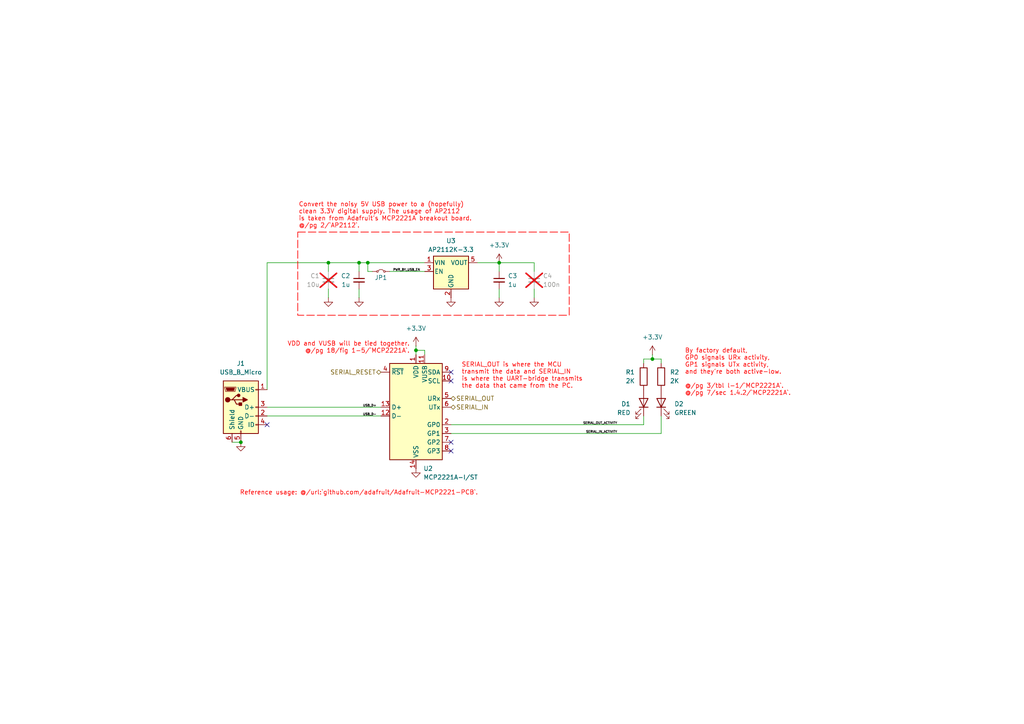
<source format=kicad_sch>
(kicad_sch (version 20250114) (generator "eeschema") (generator_version "9.0")
  (paper "A4")
  (lib_symbols
    (symbol "Connector:USB_B_Micro" (pin_names (offset 1.016))
      (property "Reference" "J" (at -5.08 11.43 0))
      (property "Value" "USB_B_Micro" (at -5.08 8.89 0))
      (symbol "USB_B_Micro_0_1"
        (rectangle (start -5.08 -7.62) (end 5.08 7.62) (stroke (width 0.254)) (fill (type background)))
        (polyline (pts (xy -4.699 5.842) (xy -4.699 5.588) (xy -4.445 4.826) (xy -4.445 4.572) (xy -1.651 4.572) (xy -1.651 4.826) (xy -1.397 5.588) (xy -1.397 5.842) (xy -4.699 5.842)))
        (polyline (pts (xy -4.318 5.588) (xy -1.778 5.588) (xy -2.032 4.826) (xy -4.064 4.826) (xy -4.318 5.588)) (fill (type outline)))
        (circle (center -3.81 2.159) (radius 0.635) (stroke (width 0.254)) (fill (type outline)))
        (polyline (pts (xy -3.175 2.159) (xy -2.54 2.159) (xy -1.27 3.429) (xy -0.635 3.429)) (stroke (width 0.254)))
        (polyline (pts (xy -2.54 2.159) (xy -1.905 2.159) (xy -1.27 0.889) (xy 0 0.889)) (stroke (width 0.254)))
        (polyline (pts (xy -1.905 2.159) (xy 0.635 2.159)) (stroke (width 0.254)))
        (circle (center -0.635 3.429) (radius 0.381) (stroke (width 0.254)) (fill (type outline)))
        (rectangle (start -0.127 -7.62) (end 0.127 -6.858))
        (rectangle (start 0.254 1.27) (end -0.508 0.508) (stroke (width 0.254)) (fill (type outline)))
        (polyline (pts (xy 0.635 2.794) (xy 0.635 1.524) (xy 1.905 2.159) (xy 0.635 2.794)) (stroke (width 0.254)) (fill (type outline)))
        (rectangle (start 5.08 4.953) (end 4.318 5.207))
        (rectangle (start 5.08 -0.127) (end 4.318 0.127))
        (rectangle (start 5.08 -2.667) (end 4.318 -2.413))
        (rectangle (start 5.08 -5.207) (end 4.318 -4.953))
      )
      (symbol "USB_B_Micro_1_1"
        (pin passive line (at -2.54 -10.16 90) (length 2.54) (name "Shield") (number "6"))
        (pin power_out line (at 0 -10.16 90) (length 2.54) (name "GND") (number "5"))
        (pin power_out line (at 7.62 5.08 180) (length 2.54) (name "VBUS") (number "1"))
        (pin bidirectional line (at 7.62 0 180) (length 2.54) (name "D+") (number "3"))
        (pin bidirectional line (at 7.62 -2.54 180) (length 2.54) (name "D-") (number "2"))
        (pin passive line (at 7.62 -5.08 180) (length 2.54) (name "ID") (number "4"))
      )
    )
    (symbol "Device:C_Small" (pin_numbers (hide yes)) (pin_names (offset 0.254) (hide yes))
      (property "Reference" "C" (at 0.254 1.778 0))
      (property "Value" "C_Small" (at 0.254 -2.032 0))
      (symbol "C_Small_0_1"
        (polyline (pts (xy -1.524 0.508) (xy 1.524 0.508)) (stroke (width 0.3048)))
        (polyline (pts (xy -1.524 -0.508) (xy 1.524 -0.508)) (stroke (width 0.3302)))
      )
      (symbol "C_Small_1_1"
        (pin passive line (at 0 2.54 270) (length 2.032) (name "~") (number "1"))
        (pin passive line (at 0 -2.54 90) (length 2.032) (name "~") (number "2"))
      )
    )
    (symbol "Device:LED" (pin_numbers (hide yes)) (pin_names (offset 1.016) (hide yes))
      (property "Reference" "D" (at 0 2.54 0))
      (property "Value" "LED" (at 0 -2.54 0))
      (symbol "LED_0_1"
        (polyline (pts (xy -3.048 -0.762) (xy -4.572 -2.286) (xy -3.81 -2.286) (xy -4.572 -2.286) (xy -4.572 -1.524)))
        (polyline (pts (xy -1.778 -0.762) (xy -3.302 -2.286) (xy -2.54 -2.286) (xy -3.302 -2.286) (xy -3.302 -1.524)))
        (polyline (pts (xy -1.27 0) (xy 1.27 0)))
        (polyline (pts (xy -1.27 -1.27) (xy -1.27 1.27)) (stroke (width 0.254)))
        (polyline (pts (xy 1.27 -1.27) (xy 1.27 1.27) (xy -1.27 0) (xy 1.27 -1.27)) (stroke (width 0.254)))
      )
      (symbol "LED_1_1"
        (pin passive line (at -3.81 0 0) (length 2.54) (name "K") (number "1"))
        (pin passive line (at 3.81 0 180) (length 2.54) (name "A") (number "2"))
      )
    )
    (symbol "Device:R" (pin_numbers (hide yes)) (pin_names (offset 0))
      (property "Reference" "R" (at 2.032 0 90))
      (property "Value" "R" (at 0 0 90))
      (symbol "R_0_1"
        (rectangle (start -1.016 -2.54) (end 1.016 2.54) (stroke (width 0.254)))
      )
      (symbol "R_1_1"
        (pin passive line (at 0 3.81 270) (length 1.27) (name "~") (number "1"))
        (pin passive line (at 0 -3.81 90) (length 1.27) (name "~") (number "2"))
      )
    )
    (symbol "Interface_USB:MCP2221AxST"
      (property "Reference" "U" (at -7.62 16.51 0))
      (property "Value" "MCP2221AxST" (at 12.7 16.51 0))
      (symbol "MCP2221AxST_0_1"
        (rectangle (start -7.62 15.24) (end 7.62 -12.7) (stroke (width 0.254)) (fill (type background)))
      )
      (symbol "MCP2221AxST_1_1"
        (pin input line (at -10.16 12.7 0) (length 2.54) (name "~{RST}") (number "4"))
        (pin bidirectional line (at -10.16 2.54 0) (length 2.54) (name "D+") (number "13"))
        (pin bidirectional line (at -10.16 0 0) (length 2.54) (name "D-") (number "12"))
        (pin power_in line (at 0 17.78 270) (length 2.54) (name "VDD") (number "1"))
        (pin power_in line (at 0 -15.24 90) (length 2.54) (name "VSS") (number "14"))
        (pin passive line (at 2.54 17.78 270) (length 2.54) (name "VUSB") (number "11"))
        (pin bidirectional line (at 10.16 12.7 180) (length 2.54) (name "SDA") (number "9"))
        (pin bidirectional line (at 10.16 10.16 180) (length 2.54) (name "SCL") (number "10"))
        (pin input line (at 10.16 5.08 180) (length 2.54) (name "URx") (number "5"))
        (pin output line (at 10.16 2.54 180) (length 2.54) (name "UTx") (number "6"))
        (pin bidirectional line (at 10.16 -2.54 180) (length 2.54) (name "GP0") (number "2"))
        (pin bidirectional line (at 10.16 -5.08 180) (length 2.54) (name "GP1") (number "3"))
        (pin bidirectional line (at 10.16 -7.62 180) (length 2.54) (name "GP2") (number "7"))
        (pin bidirectional line (at 10.16 -10.16 180) (length 2.54) (name "GP3") (number "8"))
      )
    )
    (symbol "Jumper:Jumper_2_Small_Bridged" (pin_numbers (hide yes)) (pin_names (offset 0) (hide yes))
      (property "Reference" "JP" (at 0 2.032 0))
      (property "Value" "Jumper_2_Small_Bridged" (at 0 -2.286 0))
      (symbol "Jumper_2_Small_Bridged_0_0"
        (circle (center -1.016 0) (radius 0.254))
        (circle (center 1.016 0) (radius 0.254))
      )
      (symbol "Jumper_2_Small_Bridged_0_1"
        (arc (start -0.762 0.254) (mid 0 0.5696) (end 0.762 0.254))
      )
      (symbol "Jumper_2_Small_Bridged_1_1"
        (pin passive line (at -2.54 0 0) (length 1.27) (name "A") (number "1"))
        (pin passive line (at 2.54 0 180) (length 1.27) (name "B") (number "2"))
      )
    )
    (symbol "Regulator_Linear:AP2112K-3.3" (pin_names (offset 0.254))
      (property "Reference" "U" (at -5.08 5.715 0))
      (property "Value" "AP2112K-3.3" (at 0 5.715 0))
      (symbol "AP2112K-3.3_0_1"
        (rectangle (start -5.08 4.445) (end 5.08 -5.08) (stroke (width 0.254)) (fill (type background)))
      )
      (symbol "AP2112K-3.3_1_1"
        (pin power_in line (at -7.62 2.54 0) (length 2.54) (name "VIN") (number "1"))
        (pin input line (at -7.62 0 0) (length 2.54) (name "EN") (number "3"))
        (pin power_in line (at 0 -7.62 90) (length 2.54) (name "GND") (number "2"))
        (pin no_connect line (at 5.08 0 180) (length 2.54) (hide yes) (name "NC") (number "4"))
        (pin power_out line (at 7.62 2.54 180) (length 2.54) (name "VOUT") (number "5"))
      )
    )
    (symbol "power:+3.3V" (power) (pin_numbers (hide yes)) (pin_names (offset 0) (hide yes))
      (property "Value" "+3.3V" (at 0 3.556 0))
      (symbol "+3.3V_0_1"
        (polyline (pts (xy -0.762 1.27) (xy 0 2.54)))
        (polyline (pts (xy 0 2.54) (xy 0.762 1.27)))
        (polyline (pts (xy 0 0) (xy 0 2.54)))
      )
      (symbol "+3.3V_1_1"
        (pin power_in line (at 0 0 90) (length 0) (name "~") (number "1"))
      )
    )
    (symbol "power:GND" (power) (pin_numbers (hide yes)) (pin_names (offset 0) (hide yes))
      (property "Value" "GND" (at 0 -3.81 0))
      (symbol "GND_0_1"
        (polyline (pts (xy 0 0) (xy 0 -1.27) (xy 1.27 -1.27) (xy 0 -2.54) (xy -1.27 -1.27) (xy 0 -1.27)))
      )
      (symbol "GND_1_1"
        (pin power_in line (at 0 0 270) (length 0) (name "~") (number "1"))
      )
    )
  )
  (rectangle (start 86.36 67.31) (end 165.1 91.44) (stroke (width 0.2032) (type dash) (color 255 0 0 1)))
  (text "Convert the noisy 5V USB power to a (hopefully)\nclean 3.3V digital supply. The usage of AP2112\nis taken from Adafruit's MCP2221A breakout board.\n@/pg 2/`AP2112`." (at 86.614 66.294 0) (effects (font (size 1.27 1.27) (thickness 0.1588)) (justify left bottom)))
  (text "Reference usage: @/url:`github.com/adafruit/Adafruit-MCP2221-PCB`." (at 138.684 142.24 0) (effects (font (size 1.27 1.27) (thickness 0.1588)) (justify right top)))
  (text "VDD and VUSB will be tied together.\n@/pg 18/fig 1-5/`MCP2221A`." (at 118.872 102.616 0) (effects (font (size 1.27 1.27) (thickness 0.1588)) (justify right bottom)))
  (text "By factory default,\nGP0 signals URx activity,\nGP1 signals UTx activity,\nand they're both active-low.\n\n@/pg 3/tbl l-1/`MCP2221A`.\n@/pg 7/sec 1.4.2/`MCP2221A`." (at 198.628 101.092 0) (effects (font (size 1.27 1.27) (thickness 0.1588)) (justify left top)))
  (text "SERIAL_OUT is where the MCU\ntransmit the data and SERIAL_IN\nis where the UART-bridge transmits\nthe data that came from the PC." (at 133.858 112.776 0) (effects (font (size 1.27 1.27) (thickness 0.1588)) (justify left bottom)))
  (junction (at 189.23 104.14))
  (junction (at 95.25 76.2))
  (junction (at 106.68 76.2))
  (junction (at 69.85 128.27))
  (junction (at 144.78 76.2))
  (junction (at 104.14 76.2))
  (junction (at 120.65 101.6))
  (no_connect (at 130.81 130.81))
  (no_connect (at 130.81 107.95))
  (no_connect (at 77.47 123.19))
  (no_connect (at 130.81 110.49))
  (no_connect (at 130.81 128.27))
  (wire (pts (xy 104.14 76.2) (xy 106.68 76.2)))
  (wire (pts (xy 144.78 78.74) (xy 144.78 76.2)))
  (wire (pts (xy 106.68 78.74) (xy 107.95 78.74)))
  (wire (pts (xy 120.65 101.6) (xy 123.19 101.6)))
  (wire (pts (xy 120.65 101.6) (xy 120.65 102.87)))
  (wire (pts (xy 106.68 76.2) (xy 106.68 78.74)))
  (wire (pts (xy 95.25 76.2) (xy 104.14 76.2)))
  (wire (pts (xy 138.43 76.2) (xy 144.78 76.2)))
  (wire (pts (xy 77.47 120.65) (xy 110.49 120.65)))
  (wire (pts (xy 130.81 125.73) (xy 191.77 125.73)))
  (wire (pts (xy 186.69 104.14) (xy 186.69 105.41)))
  (wire (pts (xy 130.81 123.19) (xy 186.69 123.19)))
  (wire (pts (xy 144.78 86.36) (xy 144.78 83.82)))
  (wire (pts (xy 191.77 104.14) (xy 191.77 105.41)))
  (wire (pts (xy 189.23 102.87) (xy 189.23 104.14)))
  (wire (pts (xy 154.94 86.36) (xy 154.94 83.82)))
  (wire (pts (xy 104.14 86.36) (xy 104.14 83.82)))
  (wire (pts (xy 186.69 120.65) (xy 186.69 123.19)))
  (wire (pts (xy 77.47 76.2) (xy 77.47 113.03)))
  (wire (pts (xy 123.19 101.6) (xy 123.19 102.87)))
  (wire (pts (xy 191.77 125.73) (xy 191.77 120.65)))
  (wire (pts (xy 67.31 128.27) (xy 69.85 128.27)))
  (wire (pts (xy 144.78 76.2) (xy 154.94 76.2)))
  (wire (pts (xy 113.03 78.74) (xy 123.19 78.74)))
  (wire (pts (xy 189.23 104.14) (xy 191.77 104.14)))
  (wire (pts (xy 77.47 118.11) (xy 110.49 118.11)))
  (wire (pts (xy 95.25 86.36) (xy 95.25 83.82)))
  (wire (pts (xy 106.68 76.2) (xy 123.19 76.2)))
  (wire (pts (xy 154.94 78.74) (xy 154.94 76.2)))
  (wire (pts (xy 120.65 100.33) (xy 120.65 101.6)))
  (wire (pts (xy 77.47 76.2) (xy 95.25 76.2)))
  (wire (pts (xy 186.69 104.14) (xy 189.23 104.14)))
  (wire (pts (xy 104.14 78.74) (xy 104.14 76.2)))
  (wire (pts (xy 95.25 78.74) (xy 95.25 76.2)))
  (label "SERIAL_IN_ACTIVITY" (at 179.07 125.73 180) (effects (font (size 0.635 0.635))))
  (label "USB_D+" (at 109.22 118.11 180) (effects (font (size 0.635 0.635))))
  (label "USB_D-" (at 109.22 120.65 180) (effects (font (size 0.635 0.635))))
  (label "PWR_BY_USB_EN" (at 121.92 78.74 180) (effects (font (size 0.635 0.635))))
  (label "SERIAL_OUT_ACTIVITY" (at 179.07 123.19 180) (effects (font (size 0.635 0.635))))
  (hierarchical_label "SERIAL_IN" (shape bidirectional) (at 130.81 118.11 0))
  (hierarchical_label "SERIAL_RESET" (shape bidirectional) (at 110.49 107.95 180))
  (hierarchical_label "SERIAL_OUT" (shape bidirectional) (at 130.81 115.57 0))
  (symbol (lib_id "power:GND") (at 69.85 128.27 0) (unit 1)
    (property "Reference" "#PWR04" (effects (hide yes)))
    (property "Value" "GND" (effects (hide yes)))
    (property "Description" "Power symbol creates a global label with name \"GND\" , ground" (effects (hide yes)))
  )
  (symbol (lib_id "power:GND") (at 95.25 86.36 0) (mirror y) (unit 1)
    (property "Reference" "#PWR05" (effects (hide yes)))
    (property "Value" "GND" (effects (hide yes)))
    (property "Description" "Power symbol creates a global label with name \"GND\" , ground" (effects (hide yes)))
  )
  (symbol (lib_id "Connector:USB_B_Micro") (at 69.85 118.11 0) (unit 1)
    (property "Reference" "J1" (at 69.85 105.41 0))
    (property "Value" "USB_B_Micro" (at 69.85 107.95 0))
    (property "Footprint" "Connector_USB:USB_Micro-B_Molex_47346-0001" (effects (hide yes)))
    (property "Description" "USB Micro Type B connector" (effects (hide yes)))
  )
  (symbol (lib_id "power:+3.3V") (at 144.78 76.2 0) (unit 1)
    (property "Reference" "#PWR010" (effects (hide yes)))
    (property "Value" "+3.3V" (at 144.78 71.12 0))
    (property "Description" "Power symbol creates a global label with name \"+3.3V\"" (effects (hide yes)))
  )
  (symbol (lib_id "Device:R") (at 191.77 109.22 180) (unit 1)
    (property "Reference" "R2" (at 194.31 107.9499 0) (effects (justify right)))
    (property "Value" "2K" (at 194.31 110.4899 0) (effects (justify right)))
    (property "Footprint" "Resistor_SMD:R_1206_3216Metric_Pad1.30x1.75mm_HandSolder" (effects (hide yes)))
    (property "Description" "Resistor" (effects (hide yes)))
  )
  (symbol (lib_id "power:GND") (at 144.78 86.36 0) (unit 1)
    (property "Reference" "#PWR011" (effects (hide yes)))
    (property "Value" "GND" (effects (hide yes)))
    (property "Description" "Power symbol creates a global label with name \"GND\" , ground" (effects (hide yes)))
  )
  (symbol (lib_id "Device:LED") (at 186.69 116.84 270) (mirror x) (unit 1)
    (property "Reference" "D1" (at 182.88 117.1574 90) (effects (justify right)))
    (property "Value" "RED" (at 182.88 119.6974 90) (effects (justify right)))
    (property "Footprint" "LED_SMD:LED_1206_3216Metric_Pad1.42x1.75mm_HandSolder" (effects (hide yes)))
    (property "Description" "Light emitting diode" (effects (hide yes)))
    (property "Sim.Pins" "1=K 2=A" (effects (hide yes)))
  )
  (symbol (lib_id "Device:R") (at 186.69 109.22 0) (unit 1)
    (property "Reference" "R1" (at 184.15 107.9499 0) (effects (justify right)))
    (property "Value" "2K" (at 184.15 110.4899 0) (effects (justify right)))
    (property "Footprint" "Resistor_SMD:R_1206_3216Metric_Pad1.30x1.75mm_HandSolder" (effects (hide yes)))
    (property "Description" "Resistor" (effects (hide yes)))
  )
  (symbol (lib_id "Device:C_Small") (at 104.14 81.28 0) (mirror y) (unit 1)
    (property "Reference" "C2" (at 101.6 80.0162 0) (effects (justify left)))
    (property "Value" "1u" (at 101.6 82.5562 0) (effects (justify left)))
    (property "Footprint" "Capacitor_SMD:C_1206_3216Metric_Pad1.33x1.80mm_HandSolder" (effects (hide yes)))
    (property "Description" "Unpolarized capacitor, small symbol" (effects (hide yes)))
  )
  (symbol (lib_id "power:+3.3V") (at 189.23 102.87 0) (unit 1)
    (property "Reference" "#PWR013" (effects (hide yes)))
    (property "Value" "+3.3V" (at 189.23 97.79 0))
    (property "Description" "Power symbol creates a global label with name \"+3.3V\"" (effects (hide yes)))
  )
  (symbol (lib_id "power:GND") (at 120.65 135.89 0) (unit 1)
    (property "Reference" "#PWR08" (effects (hide yes)))
    (property "Value" "GND" (effects (hide yes)))
    (property "Description" "Power symbol creates a global label with name \"GND\" , ground" (effects (hide yes)))
  )
  (symbol (lib_id "Interface_USB:MCP2221AxST") (at 120.65 120.65 0) (unit 1)
    (property "Reference" "U2" (at 122.7933 135.89 0) (effects (justify left)))
    (property "Value" "MCP2221A-I/ST" (at 122.7933 138.43 0) (effects (justify left)))
    (property "Footprint" "Package_SO:TSSOP-14_4.4x5mm_P0.65mm" (effects (hide yes)))
    (property "Datasheet" "http://ww1.microchip.com/downloads/en/DeviceDoc/20005565B.pdf" (effects (hide yes)))
    (property "Description" "USB to I2C/UART Protocol Converter with GPIO, TSSOP-14" (effects (hide yes)))
  )
  (symbol (lib_id "Device:LED") (at 191.77 116.84 90) (unit 1)
    (property "Reference" "D2" (at 195.58 117.1574 90) (effects (justify right)))
    (property "Value" "GREEN" (at 195.58 119.6974 90) (effects (justify right)))
    (property "Footprint" "LED_SMD:LED_1206_3216Metric_Pad1.42x1.75mm_HandSolder" (effects (hide yes)))
    (property "Description" "Light emitting diode" (effects (hide yes)))
    (property "Sim.Pins" "1=K 2=A" (effects (hide yes)))
  )
  (symbol (lib_id "power:+3.3V") (at 120.65 100.33 0) (unit 1)
    (property "Reference" "#PWR07" (effects (hide yes)))
    (property "Value" "+3.3V" (at 120.65 95.25 0))
    (property "Description" "Power symbol creates a global label with name \"+3.3V\"" (effects (hide yes)))
  )
  (symbol (lib_id "Jumper:Jumper_2_Small_Bridged") (at 110.49 78.74 0) (unit 1)
    (property "Reference" "JP1" (at 110.49 80.518 0))
    (property "Value" "Jumper_2_Small_Bridged" (effects (hide yes)))
    (property "Footprint" "Connector_PinHeader_2.54mm:PinHeader_1x02_P2.54mm_Vertical" (effects (hide yes)))
    (property "Description" "Jumper, 2-pole, small symbol, bridged" (effects (hide yes)))
  )
  (symbol (lib_id "power:GND") (at 130.81 86.36 0) (unit 1)
    (property "Reference" "#PWR09" (effects (hide yes)))
    (property "Value" "GND" (effects (hide yes)))
    (property "Description" "Power symbol creates a global label with name \"GND\" , ground" (effects (hide yes)))
  )
  (symbol (lib_id "Regulator_Linear:AP2112K-3.3") (at 130.81 78.74 0) (unit 1)
    (property "Reference" "U3" (at 130.81 69.85 0))
    (property "Value" "AP2112K-3.3" (at 130.81 72.39 0))
    (property "Footprint" "Package_TO_SOT_SMD:SOT-23-5" (effects (hide yes)))
    (property "Datasheet" "https://www.diodes.com/assets/Datasheets/AP2112.pdf" (effects (hide yes)))
    (property "Description" "600mA low dropout linear regulator, with enable pin, 3.8V-6V input voltage range, 3.3V fixed positive output, SOT-23-5" (effects (hide yes)))
  )
  (symbol (lib_id "power:GND") (at 154.94 86.36 0) (unit 1)
    (property "Reference" "#PWR012" (effects (hide yes)))
    (property "Value" "GND" (effects (hide yes)))
    (property "Description" "Power symbol creates a global label with name \"GND\" , ground" (effects (hide yes)))
  )
  (symbol (lib_id "Device:C_Small") (at 154.94 81.28 0) (unit 1) (in_bom no) (dnp yes)
    (property "Reference" "C4" (at 157.48 80.0162 0) (effects (justify left)))
    (property "Value" "100n" (at 157.48 82.5562 0) (effects (justify left)))
    (property "Footprint" "Capacitor_SMD:C_1206_3216Metric_Pad1.33x1.80mm_HandSolder" (effects (hide yes)))
    (property "Description" "Unpolarized capacitor, small symbol" (effects (hide yes)))
  )
  (symbol (lib_id "Device:C_Small") (at 95.25 81.28 0) (mirror y) (unit 1) (in_bom no) (dnp yes)
    (property "Reference" "C1" (at 92.71 80.0162 0) (effects (justify left)))
    (property "Value" "10u" (at 92.71 82.5562 0) (effects (justify left)))
    (property "Footprint" "Capacitor_SMD:C_1206_3216Metric_Pad1.33x1.80mm_HandSolder" (effects (hide yes)))
    (property "Description" "Unpolarized capacitor, small symbol" (effects (hide yes)))
  )
  (symbol (lib_id "Device:C_Small") (at 144.78 81.28 0) (unit 1)
    (property "Reference" "C3" (at 147.32 80.0162 0) (effects (justify left)))
    (property "Value" "1u" (at 147.32 82.5562 0) (effects (justify left)))
    (property "Footprint" "Capacitor_SMD:C_1206_3216Metric_Pad1.33x1.80mm_HandSolder" (effects (hide yes)))
    (property "Description" "Unpolarized capacitor, small symbol" (effects (hide yes)))
  )
  (symbol (lib_id "power:GND") (at 104.14 86.36 0) (mirror y) (unit 1)
    (property "Reference" "#PWR06" (effects (hide yes)))
    (property "Value" "GND" (effects (hide yes)))
    (property "Description" "Power symbol creates a global label with name \"GND\" , ground" (effects (hide yes)))
  )
)
</source>
